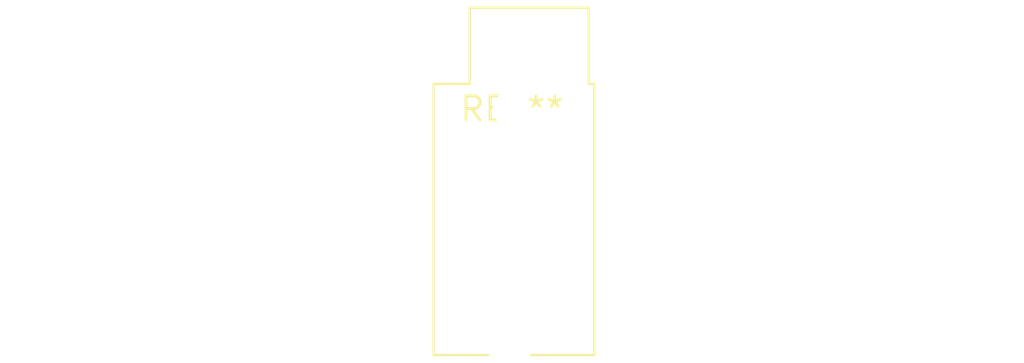
<source format=kicad_pcb>
(kicad_pcb (version 20240108) (generator pcbnew)
  (layers (0 "F.Cu" signal) (31 "B.Cu" signal) (34 "B.Paste" user) (35 "F.Paste" user) (36 "B.SilkS" user "B.Silkscreen") (37 "F.SilkS" user "F.Silkscreen") (38 "B.Mask" user) (39 "F.Mask" user) (44 "Edge.Cuts" user))
  (net 0 "")
  (footprint "Jack_3.5mm_CUI_SJ1-3535NG_Horizontal_CircularHoles" (layer "F.Cu") (at 0 0)
    (property "Reference" "REF**")
    (property "Value" "Jack_3.5mm_CUI_SJ1-3535NG_Horizontal_CircularHoles")
    (fp_line (start -4.12 -1.32) (end -2.22 -1.32) (layer "F.SilkS") (stroke (width 0.12)))
    (fp_line (start -4.12 12.92) (end -4.12 -1.32) (layer "F.SilkS") (stroke (width 0.12)))
    (fp_line (start -2.22 -5.32) (end 4.02 -5.32) (layer "F.SilkS") (stroke (width 0.12)))
    (fp_line (start -2.22 -1.32) (end -2.22 -5.32) (layer "F.SilkS") (stroke (width 0.12)))
    (fp_line (start -1.25 12.92) (end -4.12 12.92) (layer "F.SilkS") (stroke (width 0.12)))
    (fp_line (start 4.02 -5.32) (end 4.02 -1.32) (layer "F.SilkS") (stroke (width 0.12)))
    (fp_line (start 4.02 -1.32) (end 4.32 -1.32) (layer "F.SilkS") (stroke (width 0.12)))
    (fp_line (start 4.32 -1.32) (end 4.32 12.92) (layer "F.SilkS") (stroke (width 0.12)))
    (fp_line (start 4.32 12.92) (end 1 12.92) (layer "F.SilkS") (stroke (width 0.12)))
    (pad "R" thru_hole oval (at 2 7.9 45) (size 3 2.4) (drill 2) (layers *.Cu *.Mask) (remove_unused_layers))
    (pad "RN" thru_hole oval (at 0 6.1 45) (size 3 2.4) (drill 2) (layers *.Cu *.Mask) (remove_unused_layers))
    (pad "S" thru_hole oval (at 0 0 45) (size 3 2.4) (drill 2) (layers *.Cu *.Mask) (remove_unused_layers))
    (pad "T" thru_hole oval (at 2 2.4 45) (size 3 2.4) (drill 2) (layers *.Cu *.Mask) (remove_unused_layers))
    (pad "TN" thru_hole oval (at 0 11.6 45) (size 3 2.4) (drill 2) (layers *.Cu *.Mask) (remove_unused_layers))
  )
)
</source>
